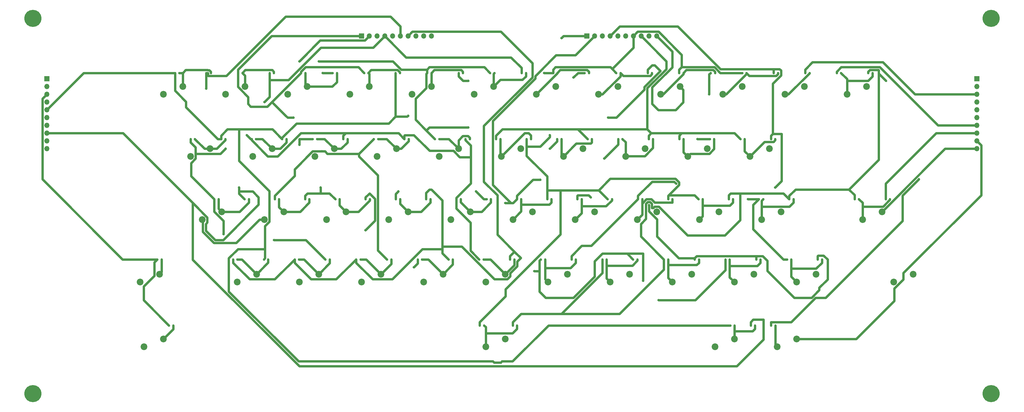
<source format=gbl>
%TF.GenerationSoftware,KiCad,Pcbnew,(6.0.1)*%
%TF.CreationDate,2022-07-30T17:19:37+08:00*%
%TF.ProjectId,CrVisionMech,43725669-7369-46f6-9e4d-6563682e6b69,rev?*%
%TF.SameCoordinates,Original*%
%TF.FileFunction,Copper,L2,Bot*%
%TF.FilePolarity,Positive*%
%FSLAX46Y46*%
G04 Gerber Fmt 4.6, Leading zero omitted, Abs format (unit mm)*
G04 Created by KiCad (PCBNEW (6.0.1)) date 2022-07-30 17:19:37*
%MOMM*%
%LPD*%
G01*
G04 APERTURE LIST*
%TA.AperFunction,ComponentPad*%
%ADD10C,2.200000*%
%TD*%
%TA.AperFunction,ComponentPad*%
%ADD11C,5.600000*%
%TD*%
%TA.AperFunction,ComponentPad*%
%ADD12R,1.700000X1.700000*%
%TD*%
%TA.AperFunction,ComponentPad*%
%ADD13O,1.700000X1.700000*%
%TD*%
%TA.AperFunction,SMDPad,CuDef*%
%ADD14R,0.600000X0.700000*%
%TD*%
%TA.AperFunction,ViaPad*%
%ADD15C,0.800000*%
%TD*%
%TA.AperFunction,Conductor*%
%ADD16C,0.750000*%
%TD*%
G04 APERTURE END LIST*
D10*
X240030000Y-120650000D03*
X233680000Y-123190000D03*
X321310000Y-120650000D03*
X314960000Y-123190000D03*
D11*
X48815000Y-221060000D03*
D10*
X179070000Y-120650000D03*
X172720000Y-123190000D03*
X269240000Y-140970000D03*
X262890000Y-143510000D03*
X243840000Y-182000000D03*
X237490000Y-184540000D03*
X284480000Y-182000000D03*
X278130000Y-184540000D03*
D12*
X156210000Y-104140000D03*
D13*
X158750000Y-104140000D03*
X161290000Y-104140000D03*
X163830000Y-104140000D03*
X166370000Y-104140000D03*
X168910000Y-104140000D03*
X171450000Y-104140000D03*
X173990000Y-104140000D03*
X176530000Y-104140000D03*
X179070000Y-104140000D03*
D10*
X127000000Y-140970000D03*
X120650000Y-143510000D03*
X326390000Y-161610000D03*
X320040000Y-164150000D03*
X147320000Y-140970000D03*
X140970000Y-143510000D03*
X167640000Y-140970000D03*
X161290000Y-143510000D03*
X228600000Y-140970000D03*
X222250000Y-143510000D03*
D11*
X48815000Y-98345000D03*
D10*
X142240000Y-182000000D03*
X135890000Y-184540000D03*
X264160000Y-182000000D03*
X257810000Y-184540000D03*
X121920000Y-182000000D03*
X115570000Y-184540000D03*
X300990000Y-120650000D03*
X294640000Y-123190000D03*
X203200000Y-203200000D03*
X196850000Y-205740000D03*
X280670000Y-120650000D03*
X274320000Y-123190000D03*
X223520000Y-182000000D03*
X217170000Y-184540000D03*
X298450000Y-203200000D03*
X292100000Y-205740000D03*
X232410000Y-161610000D03*
X226060000Y-164150000D03*
X162560000Y-182000000D03*
X156210000Y-184540000D03*
X110490000Y-161610000D03*
X104140000Y-164150000D03*
X91440000Y-203200000D03*
X85090000Y-205740000D03*
X187960000Y-140970000D03*
X181610000Y-143510000D03*
X219710000Y-120650000D03*
X213360000Y-123190000D03*
X97790000Y-120650000D03*
X91440000Y-123190000D03*
D11*
X362030000Y-221060000D03*
D10*
X130810000Y-161610000D03*
X124460000Y-164150000D03*
X260350000Y-120650000D03*
X254000000Y-123190000D03*
X273050000Y-161610000D03*
X266700000Y-164150000D03*
X138430000Y-120650000D03*
X132080000Y-123190000D03*
X158750000Y-120650000D03*
X152400000Y-123190000D03*
D12*
X357400000Y-118115000D03*
D13*
X357400000Y-120655000D03*
X357400000Y-123195000D03*
X357400000Y-125735000D03*
X357400000Y-128275000D03*
X357400000Y-130815000D03*
X357400000Y-133355000D03*
X357400000Y-135895000D03*
X357400000Y-138435000D03*
X357400000Y-140975000D03*
D10*
X289560000Y-140970000D03*
X283210000Y-143510000D03*
X118110000Y-120650000D03*
X111760000Y-123190000D03*
D11*
X362030000Y-98345000D03*
D10*
X336550000Y-182000000D03*
X330200000Y-184540000D03*
X208280000Y-140970000D03*
X201930000Y-143510000D03*
X199390000Y-120650000D03*
X193040000Y-123190000D03*
D12*
X229870000Y-104140000D03*
D13*
X232410000Y-104140000D03*
X234950000Y-104140000D03*
X237490000Y-104140000D03*
X240030000Y-104140000D03*
X242570000Y-104140000D03*
X245110000Y-104140000D03*
X247650000Y-104140000D03*
X250190000Y-104140000D03*
X252730000Y-104140000D03*
D10*
X212090000Y-161610000D03*
X205740000Y-164150000D03*
X278130000Y-203200000D03*
X271780000Y-205740000D03*
X191770000Y-161610000D03*
X185420000Y-164150000D03*
X248920000Y-140970000D03*
X242570000Y-143510000D03*
X151130000Y-161610000D03*
X144780000Y-164150000D03*
X90170000Y-182000000D03*
X83820000Y-184540000D03*
X293370000Y-161610000D03*
X287020000Y-164150000D03*
X252730000Y-161610000D03*
X246380000Y-164150000D03*
X171450000Y-161610000D03*
X165100000Y-164150000D03*
X182880000Y-182000000D03*
X176530000Y-184540000D03*
X106680000Y-140970000D03*
X100330000Y-143510000D03*
X304800000Y-182000000D03*
X298450000Y-184540000D03*
D12*
X53340000Y-118115000D03*
D13*
X53340000Y-120655000D03*
X53340000Y-123195000D03*
X53340000Y-125735000D03*
X53340000Y-128275000D03*
X53340000Y-130815000D03*
X53340000Y-133355000D03*
X53340000Y-135895000D03*
X53340000Y-138435000D03*
X53340000Y-140975000D03*
D10*
X203200000Y-182000000D03*
X196850000Y-184540000D03*
D14*
X121702104Y-137795000D03*
X120302104Y-137795000D03*
X284862500Y-198755000D03*
X283462500Y-198755000D03*
X90870000Y-177165000D03*
X89470000Y-177165000D03*
X226292096Y-177165000D03*
X224892096Y-177165000D03*
X198519214Y-157480000D03*
X197119214Y-157480000D03*
X201590520Y-137795000D03*
X200190520Y-137795000D03*
X158458178Y-116205000D03*
X157058178Y-116205000D03*
X158948690Y-157480000D03*
X157548690Y-157480000D03*
X297445535Y-157480000D03*
X296045535Y-157480000D03*
X256471304Y-177165000D03*
X255071304Y-177165000D03*
X306770000Y-177165000D03*
X305370000Y-177165000D03*
X287552893Y-157480000D03*
X286152893Y-157480000D03*
X236351832Y-177165000D03*
X234951832Y-177165000D03*
X186053152Y-177165000D03*
X184653152Y-177165000D03*
X278195000Y-198755000D03*
X276795000Y-198755000D03*
X96650000Y-116205000D03*
X95250000Y-116205000D03*
X115635000Y-177165000D03*
X114235000Y-177165000D03*
X318835000Y-157480000D03*
X317435000Y-157480000D03*
X127554089Y-116205000D03*
X126154089Y-116205000D03*
X168841321Y-157480000D03*
X167441321Y-157480000D03*
X302677260Y-116205000D03*
X301277260Y-116205000D03*
X211576572Y-137795000D03*
X210176572Y-137795000D03*
X199663630Y-116205000D03*
X198263630Y-116205000D03*
X171632364Y-137795000D03*
X170232364Y-137795000D03*
X257875000Y-157480000D03*
X256475000Y-157480000D03*
X251170445Y-116205000D03*
X249770445Y-116205000D03*
X261506832Y-137795000D03*
X260106832Y-137795000D03*
X292375897Y-116205000D03*
X290975897Y-116205000D03*
X281478936Y-137795000D03*
X280078936Y-137795000D03*
X276590776Y-177165000D03*
X275190776Y-177165000D03*
X148156815Y-116205000D03*
X146756815Y-116205000D03*
X119378166Y-157480000D03*
X117978166Y-157480000D03*
X228197107Y-157480000D03*
X226797107Y-157480000D03*
X178733952Y-157480000D03*
X177333952Y-157480000D03*
X261471808Y-116205000D03*
X260071808Y-116205000D03*
X181618416Y-137795000D03*
X180218416Y-137795000D03*
X267767631Y-157480000D03*
X266367631Y-157480000D03*
X161646312Y-137795000D03*
X160246312Y-137795000D03*
X125694736Y-177165000D03*
X124294736Y-177165000D03*
X196112888Y-177165000D03*
X194712888Y-177165000D03*
X165933680Y-177165000D03*
X164533680Y-177165000D03*
X149056059Y-157480000D03*
X147656059Y-157480000D03*
X106951363Y-116205000D03*
X105551363Y-116205000D03*
X266531040Y-177165000D03*
X265131040Y-177165000D03*
X191604468Y-137795000D03*
X190204468Y-137795000D03*
X141674208Y-137795000D03*
X140274208Y-137795000D03*
X101730000Y-137795000D03*
X100330000Y-137795000D03*
X271773171Y-116205000D03*
X270373171Y-116205000D03*
X282074534Y-116205000D03*
X280674534Y-116205000D03*
X151660260Y-137795000D03*
X150260260Y-137795000D03*
X137855452Y-116205000D03*
X136455452Y-116205000D03*
X155873944Y-177165000D03*
X154473944Y-177165000D03*
X286650512Y-177165000D03*
X285250512Y-177165000D03*
X241534728Y-137795000D03*
X240134728Y-137795000D03*
X216232360Y-177165000D03*
X214832360Y-177165000D03*
X291465000Y-137795000D03*
X290065000Y-137795000D03*
X175993416Y-177165000D03*
X174593416Y-177165000D03*
X240869082Y-116205000D03*
X239469082Y-116205000D03*
X208411845Y-157480000D03*
X207011845Y-157480000D03*
X131688156Y-137795000D03*
X130288156Y-137795000D03*
X94680000Y-198755000D03*
X93280000Y-198755000D03*
X291530000Y-198755000D03*
X290130000Y-198755000D03*
X277660262Y-157480000D03*
X276260262Y-157480000D03*
X218304476Y-157480000D03*
X216904476Y-157480000D03*
X189362267Y-116205000D03*
X187962267Y-116205000D03*
X139163428Y-157480000D03*
X137763428Y-157480000D03*
X111716052Y-137795000D03*
X110316052Y-137795000D03*
X168759541Y-116205000D03*
X167359541Y-116205000D03*
X129270797Y-157480000D03*
X127870797Y-157480000D03*
X328995000Y-157480000D03*
X327595000Y-157480000D03*
X209964993Y-116205000D03*
X208564993Y-116205000D03*
X188626583Y-157480000D03*
X187226583Y-157480000D03*
X206172624Y-177165000D03*
X204772624Y-177165000D03*
X230567719Y-116205000D03*
X229167719Y-116205000D03*
X271492884Y-137795000D03*
X270092884Y-137795000D03*
X296710248Y-177165000D03*
X295310248Y-177165000D03*
X207075000Y-198755000D03*
X205675000Y-198755000D03*
X323280000Y-116205000D03*
X321880000Y-116205000D03*
X179060904Y-116205000D03*
X177660904Y-116205000D03*
X231548676Y-137795000D03*
X230148676Y-137795000D03*
X196280000Y-198755000D03*
X194880000Y-198755000D03*
X220266356Y-116205000D03*
X218866356Y-116205000D03*
X312978623Y-116205000D03*
X311578623Y-116205000D03*
X247982369Y-157480000D03*
X246582369Y-157480000D03*
X221562624Y-137795000D03*
X220162624Y-137795000D03*
X117252726Y-116205000D03*
X115852726Y-116205000D03*
X251520780Y-137795000D03*
X250120780Y-137795000D03*
X246411568Y-177165000D03*
X245011568Y-177165000D03*
X135754472Y-177165000D03*
X134354472Y-177165000D03*
X145814208Y-177165000D03*
X144414208Y-177165000D03*
X238089738Y-157480000D03*
X236689738Y-157480000D03*
X109485535Y-157480000D03*
X108085535Y-157480000D03*
D15*
X203200000Y-158750000D03*
X248285000Y-184150000D03*
X253365000Y-190500000D03*
X214630000Y-151130000D03*
X236855000Y-130810000D03*
X235585000Y-144145000D03*
X212725000Y-180975000D03*
X191135000Y-118745000D03*
X171450000Y-130175000D03*
X111760000Y-140970000D03*
X111125000Y-168910000D03*
X124460000Y-125730000D03*
X135890000Y-139700000D03*
X127635000Y-170815000D03*
X133985000Y-130810000D03*
X143279511Y-141835489D03*
X135890000Y-112395000D03*
X173355000Y-179705000D03*
X143510000Y-116205000D03*
X191135000Y-133985000D03*
X157480000Y-167640000D03*
X142240000Y-112395000D03*
X118745000Y-136525000D03*
X105410000Y-121285000D03*
X193675000Y-154940000D03*
X116205000Y-153670000D03*
X168275000Y-154940000D03*
X142875000Y-153670000D03*
X327660000Y-118745000D03*
X291465000Y-153670000D03*
X282575000Y-157480000D03*
X259080000Y-152400000D03*
X221615000Y-104775000D03*
X250190000Y-159385000D03*
X231140000Y-156845000D03*
X269875000Y-123190000D03*
X266065000Y-137795000D03*
X225518674Y-117676826D03*
X217805000Y-136525000D03*
X338409044Y-150969108D03*
X334010000Y-120015000D03*
X217805000Y-140970000D03*
X215900000Y-116205000D03*
D16*
X90870000Y-181300000D02*
X90870000Y-177165000D01*
X90170000Y-182000000D02*
X90870000Y-181300000D01*
X51915489Y-150975489D02*
X51915489Y-124619511D01*
X85005479Y-185992887D02*
X88495489Y-182502877D01*
X88495489Y-178139511D02*
X89470000Y-177165000D01*
X85005479Y-190480479D02*
X85005479Y-185992887D01*
X78105000Y-177165000D02*
X51915489Y-150975489D01*
X93280000Y-198755000D02*
X85005479Y-190480479D01*
X51915489Y-124619511D02*
X53340000Y-123195000D01*
X88495489Y-182502877D02*
X88495489Y-178139511D01*
X89470000Y-177165000D02*
X78105000Y-177165000D01*
X246411568Y-177564022D02*
X246411568Y-177165000D01*
X236351832Y-177165000D02*
X236351832Y-179201832D01*
X236351832Y-183401832D02*
X237490000Y-184540000D01*
X244773758Y-179201832D02*
X246411568Y-177564022D01*
X236351832Y-179201832D02*
X244773758Y-179201832D01*
X236351832Y-179201832D02*
X236351832Y-183401832D01*
X252095000Y-113665000D02*
X251210445Y-113665000D01*
X225520768Y-189704521D02*
X232410000Y-182815289D01*
X240134728Y-139595272D02*
X240134728Y-137795000D01*
X243106568Y-175260000D02*
X245011568Y-177165000D01*
X216439232Y-189704521D02*
X225520768Y-189704521D01*
X213039511Y-117233300D02*
X219864511Y-110408300D01*
X234950000Y-175260000D02*
X243106568Y-175260000D01*
X232410000Y-177800000D02*
X234950000Y-175260000D01*
X248285000Y-175260000D02*
X243106568Y-175260000D01*
X249770445Y-115105000D02*
X249770445Y-116205000D01*
X205105000Y-158750000D02*
X199185479Y-152830479D01*
X275190776Y-180674513D02*
X265365289Y-190500000D01*
X248706269Y-121679020D02*
X248706269Y-120790919D01*
X251210445Y-113665000D02*
X249770445Y-115105000D01*
X265365289Y-190500000D02*
X253365000Y-190500000D01*
X214832360Y-177165000D02*
X214425479Y-177571881D01*
X214425479Y-187690768D02*
X216439232Y-189704521D01*
X226141700Y-110408300D02*
X232410000Y-104140000D01*
X275190776Y-177165000D02*
X275190776Y-180674513D01*
X214425479Y-181179521D02*
X214220958Y-180975000D01*
X214220958Y-180975000D02*
X212725000Y-180975000D01*
X212261845Y-151130000D02*
X214630000Y-151130000D01*
X236855000Y-130810000D02*
X239575289Y-130810000D01*
X219864511Y-110408300D02*
X226141700Y-110408300D01*
X205105000Y-158750000D02*
X205741845Y-158750000D01*
X203200000Y-158750000D02*
X205105000Y-158750000D01*
X214425479Y-181179521D02*
X214425479Y-187690768D01*
X235585000Y-144145000D02*
X240134728Y-139595272D01*
X253963594Y-115533594D02*
X252095000Y-113665000D01*
X213039511Y-118048589D02*
X213039511Y-117233300D01*
X239575289Y-130810000D02*
X248706269Y-121679020D01*
X248706269Y-120790919D02*
X253963594Y-115533594D01*
X199185479Y-131902621D02*
X213039511Y-118048589D01*
X248285000Y-184150000D02*
X248285000Y-175260000D01*
X232410000Y-182815289D02*
X232410000Y-177800000D01*
X199185479Y-152830479D02*
X199185479Y-131902621D01*
X207011845Y-157480000D02*
X207011845Y-156380000D01*
X214425479Y-177571881D02*
X214425479Y-181179521D01*
X207011845Y-156380000D02*
X212261845Y-151130000D01*
X205741845Y-158750000D02*
X207011845Y-157480000D01*
X117085000Y-177165000D02*
X121920000Y-182000000D01*
X125694736Y-178225264D02*
X125694736Y-177165000D01*
X115635000Y-177165000D02*
X117085000Y-177165000D01*
X121920000Y-182000000D02*
X125694736Y-178225264D01*
X217350289Y-198755000D02*
X205599800Y-210505489D01*
X95250000Y-122018366D02*
X98855479Y-125623845D01*
X199173855Y-210505489D02*
X135640200Y-210505489D01*
X276795000Y-198755000D02*
X217350289Y-198755000D01*
X130288156Y-137795000D02*
X130288156Y-137395978D01*
X167359541Y-130455459D02*
X171169541Y-130455459D01*
X110316052Y-137795000D02*
X110316052Y-136695000D01*
X95250000Y-116205000D02*
X65410000Y-116205000D01*
X98855479Y-125623845D02*
X98855479Y-127384427D01*
X127113156Y-134620000D02*
X130288156Y-137795000D01*
X135640200Y-210505489D02*
X112825479Y-187690768D01*
X191135000Y-118745000D02*
X189402267Y-118745000D01*
X202146145Y-210505489D02*
X201747113Y-210904521D01*
X199572887Y-210904521D02*
X199173855Y-210505489D01*
X112391052Y-134620000D02*
X116205000Y-134620000D01*
X171169541Y-130455459D02*
X171450000Y-130175000D01*
X124294736Y-177165000D02*
X124664521Y-176795215D01*
X165100000Y-132715000D02*
X167359541Y-130455459D01*
X116205000Y-144960289D02*
X116205000Y-134620000D01*
X167359541Y-130455459D02*
X167359541Y-116205000D01*
X98855479Y-127384427D02*
X109266052Y-137795000D01*
X201747113Y-210904521D02*
X199572887Y-210904521D01*
X126134511Y-164843606D02*
X126134511Y-154889800D01*
X130288156Y-137395978D02*
X134969134Y-132715000D01*
X112825479Y-187690768D02*
X112825479Y-176775499D01*
X95250000Y-116205000D02*
X95250000Y-122018366D01*
X116205000Y-134620000D02*
X127113156Y-134620000D01*
X134969134Y-132715000D02*
X165100000Y-132715000D01*
X112825479Y-176775499D02*
X115815499Y-173785479D01*
X110316052Y-136695000D02*
X112391052Y-134620000D01*
X124664521Y-173785479D02*
X124664521Y-166313596D01*
X189402267Y-118745000D02*
X187962267Y-117305000D01*
X115815499Y-173785479D02*
X124664521Y-173785479D01*
X126134511Y-154889800D02*
X116205000Y-144960289D01*
X124664521Y-176795215D02*
X124664521Y-173785479D01*
X187962267Y-117305000D02*
X187962267Y-116205000D01*
X124664521Y-166313596D02*
X126134511Y-164843606D01*
X65410000Y-116205000D02*
X53340000Y-128275000D01*
X109266052Y-137795000D02*
X110316052Y-137795000D01*
X205599800Y-210505489D02*
X202146145Y-210505489D01*
X212090000Y-113030000D02*
X201775489Y-102715489D01*
X159883455Y-183674511D02*
X166284883Y-183674511D01*
X196215000Y-133530289D02*
X212090000Y-117655289D01*
X204772624Y-176065000D02*
X206212624Y-174625000D01*
X207122144Y-179420680D02*
X204874511Y-181668313D01*
X166284883Y-183674511D02*
X176173915Y-173785479D01*
X206293812Y-174706188D02*
X208280000Y-176692376D01*
X114235000Y-178265000D02*
X114235000Y-177165000D01*
X179070000Y-154305000D02*
X178435000Y-154305000D01*
X182675479Y-173785479D02*
X182675479Y-172924521D01*
X147964433Y-183674511D02*
X139763983Y-183674511D01*
X154473944Y-177165000D02*
X154473944Y-178265000D01*
X200660000Y-169072376D02*
X200660000Y-156210000D01*
X188962898Y-172924521D02*
X182675479Y-172924521D01*
X200660000Y-156210000D02*
X196215000Y-151765000D01*
X204874511Y-181668313D02*
X204874511Y-182693606D01*
X201775489Y-102715489D02*
X172874511Y-102715489D01*
X177333952Y-155406048D02*
X177333952Y-157480000D01*
X139763983Y-183674511D02*
X134354472Y-178265000D01*
X182675479Y-172924521D02*
X182675479Y-157910479D01*
X196215000Y-151765000D02*
X196215000Y-133530289D01*
X119644511Y-183674511D02*
X114235000Y-178265000D01*
X172874511Y-102715489D02*
X171450000Y-104140000D01*
X199712888Y-183674511D02*
X188962898Y-172924521D01*
X127844961Y-183674511D02*
X119644511Y-183674511D01*
X206212624Y-174625000D02*
X206293812Y-174706188D01*
X204772624Y-177165000D02*
X204772624Y-176065000D01*
X182675479Y-157910479D02*
X179070000Y-154305000D01*
X184653152Y-177165000D02*
X182675479Y-175187327D01*
X134354472Y-178265000D02*
X134354472Y-177165000D01*
X134354472Y-177165000D02*
X127844961Y-183674511D01*
X154473944Y-177165000D02*
X147964433Y-183674511D01*
X154473944Y-178265000D02*
X159883455Y-183674511D01*
X204874511Y-182693606D02*
X203893606Y-183674511D01*
X206293812Y-174706188D02*
X200660000Y-169072376D01*
X208280000Y-176692376D02*
X207122144Y-177850232D01*
X176173915Y-173785479D02*
X182675479Y-173785479D01*
X203893606Y-183674511D02*
X199712888Y-183674511D01*
X178435000Y-154305000D02*
X177333952Y-155406048D01*
X207122144Y-177850232D02*
X207122144Y-179420680D01*
X182675479Y-175187327D02*
X182675479Y-173785479D01*
X212090000Y-117655289D02*
X212090000Y-113030000D01*
X135754472Y-177165000D02*
X137405000Y-177165000D01*
X137405000Y-177165000D02*
X142240000Y-182000000D01*
X145814208Y-178425792D02*
X145814208Y-177165000D01*
X142240000Y-182000000D02*
X145814208Y-178425792D01*
X142911430Y-107950000D02*
X160020000Y-107950000D01*
X111125000Y-168910000D02*
X111125000Y-164613117D01*
X111125000Y-164613117D02*
X108085535Y-161573652D01*
X205105000Y-111125000D02*
X208564993Y-114584993D01*
X108085535Y-157480000D02*
X100534521Y-149928986D01*
X100534521Y-149928986D02*
X100534521Y-145673596D01*
X170815000Y-111125000D02*
X205105000Y-111125000D01*
X126154089Y-118534089D02*
X126154089Y-116205000D01*
X208564993Y-114584993D02*
X208564993Y-116205000D01*
X100534521Y-145673596D02*
X102004511Y-144203606D01*
X132327341Y-118534089D02*
X142911430Y-107950000D01*
X163830000Y-104140000D02*
X170815000Y-111125000D01*
X102004511Y-142644511D02*
X102004511Y-140569511D01*
X124460000Y-125730000D02*
X126154089Y-124035911D01*
X126154089Y-118534089D02*
X132327341Y-118534089D01*
X126154089Y-124035911D02*
X126154089Y-118534089D01*
X102004511Y-140569511D02*
X100330000Y-138895000D01*
X135890000Y-137795000D02*
X135890000Y-139700000D01*
X144414208Y-177165000D02*
X138064208Y-170815000D01*
X102004511Y-144203606D02*
X102004511Y-142644511D01*
X111760000Y-140970000D02*
X110085489Y-142644511D01*
X110085489Y-142644511D02*
X102004511Y-142644511D01*
X160020000Y-107950000D02*
X163830000Y-104140000D01*
X108085535Y-161573652D02*
X108085535Y-157480000D01*
X100330000Y-138895000D02*
X100330000Y-137795000D01*
X138064208Y-170815000D02*
X127635000Y-170815000D01*
X140274208Y-137795000D02*
X135890000Y-137795000D01*
X155873944Y-177165000D02*
X157725000Y-177165000D01*
X162560000Y-182000000D02*
X165933680Y-178626320D01*
X165933680Y-178626320D02*
X165933680Y-177165000D01*
X157725000Y-177165000D02*
X162560000Y-182000000D01*
X131445000Y-130175000D02*
X132080000Y-130810000D01*
X145086145Y-142644511D02*
X155396801Y-142644511D01*
X119175479Y-124083596D02*
X115852726Y-120760843D01*
X126965226Y-125695226D02*
X125455931Y-127204521D01*
X155396801Y-143512090D02*
X155396801Y-142644511D01*
X157058178Y-116205000D02*
X155184156Y-114330978D01*
X115852726Y-116205000D02*
X115852726Y-115105000D01*
X155184156Y-114330978D02*
X137930452Y-114330978D01*
X126817726Y-104140000D02*
X156210000Y-104140000D01*
X115852726Y-115105000D02*
X126817726Y-104140000D01*
X125455931Y-127204521D02*
X120039232Y-127204521D01*
X164533680Y-177165000D02*
X161604511Y-174235831D01*
X134390797Y-147721086D02*
X140276394Y-141835489D01*
X161604511Y-174235831D02*
X161604511Y-149719800D01*
X127870797Y-157480000D02*
X127870797Y-156380000D01*
X120039232Y-127204521D02*
X119175479Y-126340768D01*
X127870797Y-156380000D02*
X134390797Y-149860000D01*
X134390797Y-149860000D02*
X134390797Y-147721086D01*
X140276394Y-141835489D02*
X144277123Y-141835489D01*
X144277123Y-141835489D02*
X145086145Y-142644511D01*
X136455452Y-116205000D02*
X126965226Y-125695226D01*
X126965226Y-125695226D02*
X131445000Y-130175000D01*
X136455452Y-115805978D02*
X136455452Y-116205000D01*
X155396801Y-142644511D02*
X160246312Y-137795000D01*
X115852726Y-120760843D02*
X115852726Y-116205000D01*
X137930452Y-114330978D02*
X136455452Y-115805978D01*
X161604511Y-149719800D02*
X155396801Y-143512090D01*
X119175479Y-126340768D02*
X119175479Y-124083596D01*
X132080000Y-130810000D02*
X133985000Y-130810000D01*
X175993416Y-177165000D02*
X178045000Y-177165000D01*
X186053152Y-178826848D02*
X186053152Y-177165000D01*
X178045000Y-177165000D02*
X182880000Y-182000000D01*
X182880000Y-182000000D02*
X186053152Y-178826848D01*
X142720489Y-105564511D02*
X157325489Y-105564511D01*
X178459926Y-114305978D02*
X177660904Y-115105000D01*
X177395489Y-121152877D02*
X177395489Y-116470415D01*
X178435000Y-133985000D02*
X177421708Y-134998292D01*
X160655000Y-157387288D02*
X158842712Y-155575000D01*
X157548690Y-156869022D02*
X157548690Y-157480000D01*
X177421708Y-134998292D02*
X173905479Y-131482063D01*
X196364608Y-114305978D02*
X178459926Y-114305978D01*
X173905479Y-124642887D02*
X177395489Y-121152877D01*
X158842712Y-155575000D02*
X157548690Y-156869022D01*
X174593416Y-177165000D02*
X174593416Y-178466584D01*
X177660904Y-115105000D02*
X169183563Y-115105000D01*
X157480000Y-167640000D02*
X160655000Y-164465000D01*
X146756815Y-116205000D02*
X143510000Y-116205000D01*
X174593416Y-178466584D02*
X173355000Y-179705000D01*
X177395489Y-116470415D02*
X177660904Y-116205000D01*
X177660904Y-115105000D02*
X177660904Y-116205000D01*
X191135000Y-133985000D02*
X178435000Y-133985000D01*
X180218416Y-137795000D02*
X177421708Y-134998292D01*
X173905479Y-131482063D02*
X173905479Y-124642887D01*
X160655000Y-164465000D02*
X160655000Y-157387288D01*
X166473563Y-112395000D02*
X142240000Y-112395000D01*
X135890000Y-112395000D02*
X142720489Y-105564511D01*
X169183563Y-115105000D02*
X166473563Y-112395000D01*
X198263630Y-116205000D02*
X196364608Y-114305978D01*
X157325489Y-105564511D02*
X158750000Y-104140000D01*
X206172624Y-179027376D02*
X206172624Y-177165000D01*
X196112888Y-177165000D02*
X198365000Y-177165000D01*
X198365000Y-177165000D02*
X203200000Y-182000000D01*
X203200000Y-182000000D02*
X206172624Y-179027376D01*
X125618082Y-143510000D02*
X128832189Y-143510000D01*
X151065260Y-135890000D02*
X150260260Y-136695000D01*
X105576360Y-116230009D02*
X106001843Y-116230009D01*
X191974521Y-152333040D02*
X191974521Y-143714521D01*
X188336404Y-143714521D02*
X191974521Y-143714521D01*
X136452189Y-135890000D02*
X151065260Y-135890000D01*
X150260260Y-136695000D02*
X150260260Y-137795000D01*
X120302104Y-138194022D02*
X125618082Y-143510000D01*
X131445000Y-97790000D02*
X165735000Y-97790000D01*
X191974521Y-139964075D02*
X190204468Y-138194022D01*
X191974521Y-143714521D02*
X191974521Y-139964075D01*
X173355000Y-136525000D02*
X178493606Y-141663606D01*
X105551360Y-116205009D02*
X105576360Y-116230009D01*
X128832189Y-143510000D02*
X136452189Y-135890000D01*
X170402364Y-136525000D02*
X173355000Y-136525000D01*
X170232364Y-137795000D02*
X170232364Y-136695000D01*
X194712888Y-177165000D02*
X191854521Y-174306633D01*
X165735000Y-97790000D02*
X168910000Y-100965000D01*
X105410000Y-118745000D02*
X105410000Y-116346363D01*
X178493606Y-141663606D02*
X186285489Y-141663606D01*
X186285489Y-141663606D02*
X188336404Y-143714521D01*
X106001843Y-116230009D02*
X106001843Y-117054502D01*
X191854521Y-165184521D02*
X187226583Y-160556583D01*
X106101861Y-117154520D02*
X112080480Y-117154520D01*
X187226583Y-157480000D02*
X187226583Y-157080978D01*
X112080480Y-117154520D02*
X131445000Y-97790000D01*
X170232364Y-137795000D02*
X168327364Y-135890000D01*
X187226583Y-160556583D02*
X187226583Y-157480000D01*
X105410000Y-116346363D02*
X105551363Y-116205000D01*
X120302104Y-137795000D02*
X120015000Y-137795000D01*
X168327364Y-135890000D02*
X151065260Y-135890000D01*
X105410000Y-118745000D02*
X105410000Y-116205009D01*
X191854521Y-174306633D02*
X191854521Y-165184521D01*
X105410000Y-121285000D02*
X105410000Y-118745000D01*
X120015000Y-137795000D02*
X118745000Y-136525000D01*
X190204468Y-138194022D02*
X190204468Y-137795000D01*
X106001843Y-117054502D02*
X106101861Y-117154520D01*
X170232364Y-136695000D02*
X170402364Y-136525000D01*
X105410000Y-116205009D02*
X105551360Y-116205009D01*
X187226583Y-157080978D02*
X191974521Y-152333040D01*
X120302104Y-137795000D02*
X120302104Y-138194022D01*
X168910000Y-100965000D02*
X168910000Y-104140000D01*
X284862500Y-199855000D02*
X284862500Y-198755000D01*
X278130000Y-200660000D02*
X278130000Y-198820000D01*
X278130000Y-200660000D02*
X284057500Y-200660000D01*
X278130000Y-198820000D02*
X278195000Y-198755000D01*
X284057500Y-200660000D02*
X284862500Y-199855000D01*
X278130000Y-203200000D02*
X278130000Y-200660000D01*
X167441321Y-157480000D02*
X167441321Y-155773679D01*
X137763428Y-157480000D02*
X137763428Y-156380000D01*
X105325479Y-167777113D02*
X105325479Y-165602887D01*
X120650000Y-154940000D02*
X122555000Y-156845000D01*
X78253117Y-135895000D02*
X53340000Y-135895000D01*
X122555000Y-156845000D02*
X122555000Y-159250289D01*
X283462500Y-197655000D02*
X284267500Y-196850000D01*
X105814511Y-163456394D02*
X101354058Y-158995942D01*
X116205000Y-154940000D02*
X120650000Y-154940000D01*
X197119214Y-157480000D02*
X196215000Y-157480000D01*
X116205000Y-155706834D02*
X117978166Y-157480000D01*
X101036558Y-158678442D02*
X78253117Y-135895000D01*
X142875000Y-155575000D02*
X145751059Y-155575000D01*
X116205000Y-154940000D02*
X116205000Y-155706834D01*
X101036558Y-177244659D02*
X101036558Y-158678442D01*
X101354058Y-158995942D02*
X101036558Y-158678442D01*
X145751059Y-155575000D02*
X147656059Y-157480000D01*
X137763428Y-156380000D02*
X138568428Y-155575000D01*
X122555000Y-159250289D02*
X110990289Y-170815000D01*
X284267500Y-196850000D02*
X287655000Y-196850000D01*
X196215000Y-157480000D02*
X193675000Y-154940000D01*
X105325479Y-165602887D02*
X105814511Y-165113855D01*
X110990289Y-170815000D02*
X108363366Y-170815000D01*
X135881899Y-212090000D02*
X101036558Y-177244659D01*
X167441321Y-155773679D02*
X168275000Y-154940000D01*
X142875000Y-155575000D02*
X142875000Y-153670000D01*
X105814511Y-165113855D02*
X105814511Y-163456394D01*
X138568428Y-155575000D02*
X142875000Y-155575000D01*
X116205000Y-153670000D02*
X116205000Y-154940000D01*
X283462500Y-198755000D02*
X283462500Y-197655000D01*
X108363366Y-170815000D02*
X105325479Y-167777113D01*
X278945289Y-212090000D02*
X135881899Y-212090000D01*
X287655000Y-196850000D02*
X287655000Y-203380289D01*
X287655000Y-203380289D02*
X278945289Y-212090000D01*
X110490000Y-161610000D02*
X116348166Y-161610000D01*
X109485535Y-157480000D02*
X109485535Y-160605535D01*
X109485535Y-160605535D02*
X110490000Y-161610000D01*
X119378166Y-158580000D02*
X119378166Y-157480000D01*
X116348166Y-161610000D02*
X119378166Y-158580000D01*
X139163428Y-158580000D02*
X139163428Y-157480000D01*
X136133428Y-161610000D02*
X139163428Y-158580000D01*
X130810000Y-161610000D02*
X136133428Y-161610000D01*
X129270797Y-157480000D02*
X129270797Y-160070797D01*
X129270797Y-160070797D02*
X130810000Y-161610000D01*
X158948690Y-157879022D02*
X158948690Y-157480000D01*
X155217712Y-161610000D02*
X158948690Y-157879022D01*
X151130000Y-161610000D02*
X155217712Y-161610000D01*
X149056059Y-157480000D02*
X149056059Y-159536059D01*
X149056059Y-159536059D02*
X151130000Y-161610000D01*
X168841321Y-157480000D02*
X168841321Y-159001321D01*
X178733952Y-158580000D02*
X178733952Y-157480000D01*
X168841321Y-159001321D02*
X171450000Y-161610000D01*
X171450000Y-161610000D02*
X175703952Y-161610000D01*
X175703952Y-161610000D02*
X178733952Y-158580000D01*
X191770000Y-161610000D02*
X195489214Y-161610000D01*
X198519214Y-158580000D02*
X198519214Y-157480000D01*
X195489214Y-161610000D02*
X198519214Y-158580000D01*
X188626583Y-158466583D02*
X191770000Y-161610000D01*
X188626583Y-157480000D02*
X188626583Y-158466583D01*
X91440000Y-203200000D02*
X94680000Y-199960000D01*
X94680000Y-199960000D02*
X94680000Y-198755000D01*
X251631394Y-160340489D02*
X252036394Y-159935489D01*
X249215499Y-159788653D02*
X249215499Y-158981347D01*
X327660000Y-118745000D02*
X325324521Y-116409521D01*
X220280289Y-194945000D02*
X208385000Y-194945000D01*
X298120535Y-154305000D02*
X315595000Y-154305000D01*
X221623100Y-194945000D02*
X220280289Y-194945000D01*
X255071304Y-177165000D02*
X255071304Y-180473985D01*
X253423606Y-159935489D02*
X262802638Y-169314521D01*
X280035000Y-164330289D02*
X280035000Y-155575000D01*
X208385000Y-194945000D02*
X205675000Y-197655000D01*
X251139511Y-160340489D02*
X251631394Y-160340489D01*
X255071304Y-180473985D02*
X240600289Y-194945000D01*
X322430498Y-115255480D02*
X325253104Y-115255480D01*
X249215499Y-158981347D02*
X249786347Y-158410499D01*
X325324521Y-115326897D02*
X325324521Y-144575479D01*
X252036394Y-159935489D02*
X253423606Y-159935489D01*
X296045535Y-156380000D02*
X298120535Y-154305000D01*
X251164501Y-159788653D02*
X251139511Y-159813643D01*
X317435000Y-156145000D02*
X317435000Y-157480000D01*
X234951832Y-177165000D02*
X234951832Y-181616268D01*
X276860000Y-155575000D02*
X276260262Y-156174738D01*
X205675000Y-197655000D02*
X205675000Y-198755000D01*
X275050768Y-169314521D02*
X280035000Y-164330289D01*
X315595000Y-154305000D02*
X317435000Y-156145000D01*
X321880000Y-116205000D02*
X321880000Y-115805978D01*
X249240489Y-163927877D02*
X249240489Y-159813643D01*
X251164501Y-158981347D02*
X251164501Y-159788653D01*
X294140535Y-155575000D02*
X280035000Y-155575000D01*
X249240489Y-159813643D02*
X249215499Y-159788653D01*
X249786347Y-158410499D02*
X250593653Y-158410499D01*
X296045535Y-157480000D02*
X294140535Y-155575000D01*
X321880000Y-115805978D02*
X322430498Y-115255480D01*
X276260262Y-156174738D02*
X276260262Y-157480000D01*
X234951832Y-181616268D02*
X221623100Y-194945000D01*
X250593653Y-158410499D02*
X251164501Y-158981347D01*
X251139511Y-159813643D02*
X251139511Y-160340489D01*
X296045535Y-157480000D02*
X296045535Y-156380000D01*
X240600289Y-194945000D02*
X220280289Y-194945000D01*
X247565479Y-165602887D02*
X249240489Y-163927877D01*
X280035000Y-155575000D02*
X276860000Y-155575000D01*
X247565479Y-169659175D02*
X247565479Y-165602887D01*
X325324521Y-144575479D02*
X315595000Y-154305000D01*
X325253104Y-115255480D02*
X325324521Y-115326897D01*
X262802638Y-169314521D02*
X275050768Y-169314521D01*
X325324521Y-116409521D02*
X325324521Y-115326897D01*
X255071304Y-177165000D02*
X247565479Y-169659175D01*
X111716052Y-138194022D02*
X111716052Y-137795000D01*
X104905000Y-140970000D02*
X101730000Y-137795000D01*
X106680000Y-140970000D02*
X108940074Y-140970000D01*
X108940074Y-140970000D02*
X111716052Y-138194022D01*
X106680000Y-140970000D02*
X104905000Y-140970000D01*
X131688156Y-138895000D02*
X129613156Y-140970000D01*
X121702104Y-137795000D02*
X123825000Y-137795000D01*
X123825000Y-137795000D02*
X127000000Y-140970000D01*
X131688156Y-137795000D02*
X131688156Y-138895000D01*
X129613156Y-140970000D02*
X127000000Y-140970000D01*
X151660260Y-138895000D02*
X151660260Y-137795000D01*
X149585260Y-140970000D02*
X151660260Y-138895000D01*
X147320000Y-140970000D02*
X149585260Y-140970000D01*
X144145000Y-137795000D02*
X147320000Y-140970000D01*
X141674208Y-137795000D02*
X144145000Y-137795000D01*
X167640000Y-140970000D02*
X169195634Y-140970000D01*
X169195634Y-140970000D02*
X171632364Y-138533270D01*
X171632364Y-138533270D02*
X171632364Y-137795000D01*
X161646312Y-137795000D02*
X164465000Y-137795000D01*
X164465000Y-137795000D02*
X167640000Y-140970000D01*
X184785000Y-137795000D02*
X187960000Y-140970000D01*
X181618416Y-137795000D02*
X184785000Y-137795000D01*
X191053979Y-136845489D02*
X191604468Y-137395978D01*
X187960000Y-138240446D02*
X189354957Y-136845489D01*
X187960000Y-140970000D02*
X187960000Y-138240446D01*
X191604468Y-137395978D02*
X191604468Y-137795000D01*
X189354957Y-136845489D02*
X191053979Y-136845489D01*
X97790000Y-116205000D02*
X98739511Y-115255489D01*
X106425874Y-115280489D02*
X106951363Y-115805978D01*
X97790000Y-116205000D02*
X97790000Y-120650000D01*
X106951363Y-115805978D02*
X106951363Y-116205000D01*
X105969664Y-115280489D02*
X106425874Y-115280489D01*
X98739511Y-115255489D02*
X105944664Y-115255489D01*
X96650000Y-116205000D02*
X97790000Y-116205000D01*
X105944664Y-115255489D02*
X105969664Y-115280489D01*
X127554089Y-115805978D02*
X127554089Y-116205000D01*
X127003600Y-115255489D02*
X127554089Y-115805978D01*
X118110000Y-120650000D02*
X118110000Y-117062274D01*
X118110000Y-117062274D02*
X117252726Y-116205000D01*
X118202237Y-115255489D02*
X127003600Y-115255489D01*
X117252726Y-116205000D02*
X118202237Y-115255489D01*
X138430000Y-120650000D02*
X146685000Y-120650000D01*
X137855452Y-116205000D02*
X137855452Y-120075452D01*
X148156815Y-119178185D02*
X148156815Y-116205000D01*
X146685000Y-120650000D02*
X148156815Y-119178185D01*
X137855452Y-120075452D02*
X138430000Y-120650000D01*
X158750000Y-120650000D02*
X158750000Y-116496822D01*
X167991241Y-115255489D02*
X168759541Y-116023789D01*
X158458178Y-116205000D02*
X159407689Y-115255489D01*
X159407689Y-115255489D02*
X167991241Y-115255489D01*
X158750000Y-116496822D02*
X158458178Y-116205000D01*
X168759541Y-116023789D02*
X168759541Y-116205000D01*
X179070000Y-120650000D02*
X179070000Y-116214096D01*
X179060904Y-116205000D02*
X180010415Y-115255489D01*
X189362267Y-115805978D02*
X189362267Y-116205000D01*
X188811778Y-115255489D02*
X189362267Y-115805978D01*
X179070000Y-116214096D02*
X179060904Y-116205000D01*
X180010415Y-115255489D02*
X188811778Y-115255489D01*
X201609511Y-118430489D02*
X208839504Y-118430489D01*
X209964993Y-117305000D02*
X209964993Y-116205000D01*
X208839504Y-118430489D02*
X209964993Y-117305000D01*
X199390000Y-120650000D02*
X201609511Y-118430489D01*
X199390000Y-120650000D02*
X199390000Y-116478630D01*
X199390000Y-116478630D02*
X199663630Y-116205000D01*
X216232360Y-180007640D02*
X216232360Y-183602360D01*
X216232360Y-177165000D02*
X216232360Y-180007640D01*
X216232360Y-180007640D02*
X224549456Y-180007640D01*
X226292096Y-178265000D02*
X226292096Y-177165000D01*
X216232360Y-183602360D02*
X217170000Y-184540000D01*
X224549456Y-180007640D02*
X226292096Y-178265000D01*
X295310248Y-177165000D02*
X294139711Y-177165000D01*
X259617828Y-100965000D02*
X240665000Y-100965000D01*
X258445000Y-151765000D02*
X259080000Y-152400000D01*
X246582369Y-156380000D02*
X251197369Y-151765000D01*
X231342369Y-172720000D02*
X228237096Y-172720000D01*
X290665479Y-136094521D02*
X290065000Y-136695000D01*
X292904919Y-114935000D02*
X291145897Y-114935000D01*
X284275479Y-159357414D02*
X286152893Y-157480000D01*
X293574521Y-136094521D02*
X290665479Y-136094521D01*
X290665479Y-136094521D02*
X290665479Y-119714440D01*
X293370000Y-115400081D02*
X292904919Y-114935000D01*
X291465000Y-153670000D02*
X293574521Y-151560479D01*
X240665000Y-100965000D02*
X237490000Y-104140000D01*
X290665479Y-119714440D02*
X293370000Y-117009919D01*
X290975897Y-115105000D02*
X290975897Y-116205000D01*
X284275479Y-167300768D02*
X284275479Y-159357414D01*
X291145897Y-114935000D02*
X290975897Y-115105000D01*
X292904919Y-114935000D02*
X273587828Y-114935000D01*
X290065000Y-136695000D02*
X290065000Y-137795000D01*
X224892096Y-176065000D02*
X224892096Y-177165000D01*
X282575000Y-157480000D02*
X286152893Y-157480000D01*
X246582369Y-157480000D02*
X246582369Y-156380000D01*
X294139711Y-177165000D02*
X284275479Y-167300768D01*
X293370000Y-117009919D02*
X293370000Y-115400081D01*
X246582369Y-157480000D02*
X231342369Y-172720000D01*
X228237096Y-172720000D02*
X224892096Y-176065000D01*
X293574521Y-151560479D02*
X293574521Y-136094521D01*
X273587828Y-114935000D02*
X259617828Y-100965000D01*
X251197369Y-151765000D02*
X258445000Y-151765000D01*
X276590776Y-179339224D02*
X276590776Y-183000776D01*
X276590776Y-179339224D02*
X285576288Y-179339224D01*
X276590776Y-183000776D02*
X278130000Y-184540000D01*
X286650512Y-178265000D02*
X286650512Y-177165000D01*
X276590776Y-177165000D02*
X276590776Y-179339224D01*
X285576288Y-179339224D02*
X286650512Y-178265000D01*
X288925000Y-177640466D02*
X287349534Y-176065000D01*
X285250512Y-176065000D02*
X265832018Y-176065000D01*
X226967107Y-156210000D02*
X226797107Y-156380000D01*
X305370000Y-177165000D02*
X305370000Y-176065000D01*
X305865479Y-186469232D02*
X305865479Y-187186155D01*
X303347113Y-189704521D02*
X297719232Y-189704521D01*
X287349534Y-176065000D02*
X285250512Y-176065000D01*
X269875000Y-123190000D02*
X269875000Y-116703171D01*
X288925000Y-180910289D02*
X288925000Y-177640466D01*
X307299022Y-175895000D02*
X308610000Y-177205978D01*
X265131040Y-176765978D02*
X259950978Y-176765978D01*
X285250512Y-176065000D02*
X285250512Y-177165000D01*
X230505000Y-156210000D02*
X226967107Y-156210000D01*
X297719232Y-189704521D02*
X288925000Y-180910289D01*
X269875000Y-116703171D02*
X270373171Y-116205000D01*
X305865479Y-187186155D02*
X303347113Y-189704521D01*
X305370000Y-176065000D02*
X305540000Y-175895000D01*
X308610000Y-177205978D02*
X308610000Y-183724711D01*
X250190000Y-161438117D02*
X250190000Y-159385000D01*
X252814521Y-164062638D02*
X250190000Y-161438117D01*
X259950978Y-176765978D02*
X252814521Y-169629521D01*
X308610000Y-183724711D02*
X305865479Y-186469232D01*
X222250000Y-104140000D02*
X229870000Y-104140000D01*
X270092884Y-137795000D02*
X266065000Y-137795000D01*
X305540000Y-175895000D02*
X307299022Y-175895000D01*
X265832018Y-176065000D02*
X265131040Y-176765978D01*
X231140000Y-156845000D02*
X230505000Y-156210000D01*
X252814521Y-169629521D02*
X252814521Y-164062638D01*
X226797107Y-156380000D02*
X226797107Y-157480000D01*
X265131040Y-176765978D02*
X265131040Y-177165000D01*
X221615000Y-104775000D02*
X222250000Y-104140000D01*
X256471304Y-177165000D02*
X256471304Y-179001304D01*
X256471304Y-179001304D02*
X256471304Y-183201304D01*
X265794736Y-179001304D02*
X266531040Y-178265000D01*
X256471304Y-179001304D02*
X265794736Y-179001304D01*
X256471304Y-183201304D02*
X257810000Y-184540000D01*
X266531040Y-178265000D02*
X266531040Y-177165000D01*
X207075000Y-199855000D02*
X205635000Y-201295000D01*
X207075000Y-198755000D02*
X207075000Y-199855000D01*
X196850000Y-201295000D02*
X196850000Y-199325000D01*
X196850000Y-199325000D02*
X196280000Y-198755000D01*
X196850000Y-205740000D02*
X196850000Y-201295000D01*
X205635000Y-201295000D02*
X196850000Y-201295000D01*
X203284521Y-189250479D02*
X194880000Y-197655000D01*
X203284521Y-186913817D02*
X203284521Y-189250479D01*
X237560287Y-150790499D02*
X258848653Y-150790499D01*
X260054501Y-152803653D02*
X256648154Y-156210000D01*
X258848653Y-150790499D02*
X260054501Y-151996347D01*
X210176572Y-137795000D02*
X210176572Y-140326572D01*
X256648154Y-156210000D02*
X256645000Y-156210000D01*
X214638428Y-140326572D02*
X217805000Y-137160000D01*
X216904476Y-154570524D02*
X216904476Y-157480000D01*
X210176572Y-143321283D02*
X216904476Y-150049187D01*
X265097631Y-156210000D02*
X266367631Y-157480000D01*
X216904476Y-154570524D02*
X221245524Y-154570524D01*
X260054501Y-151996347D02*
X260054501Y-152803653D01*
X194880000Y-197655000D02*
X194880000Y-198755000D01*
X233780262Y-154570524D02*
X236689738Y-157480000D01*
X233780262Y-154570524D02*
X237560287Y-150790499D01*
X216904476Y-150049187D02*
X216904476Y-154570524D01*
X210176572Y-140326572D02*
X210176572Y-143321283D01*
X226990500Y-116205000D02*
X225518674Y-117676826D01*
X256645000Y-156210000D02*
X265097631Y-156210000D01*
X210176572Y-140326572D02*
X214638428Y-140326572D01*
X221245524Y-168952814D02*
X203284521Y-186913817D01*
X229167719Y-116205000D02*
X226990500Y-116205000D01*
X221245524Y-154570524D02*
X233780262Y-154570524D01*
X217805000Y-137160000D02*
X217805000Y-136525000D01*
X221245524Y-154570524D02*
X221245524Y-168952814D01*
X256475000Y-156380000D02*
X256645000Y-156210000D01*
X256475000Y-157480000D02*
X256475000Y-156380000D01*
X296710248Y-180174752D02*
X296710248Y-182800248D01*
X296710248Y-177165000D02*
X296710248Y-180174752D01*
X296710248Y-180174752D02*
X304860248Y-180174752D01*
X304860248Y-180174752D02*
X306770000Y-178265000D01*
X306770000Y-178265000D02*
X306770000Y-177165000D01*
X296710248Y-182800248D02*
X298450000Y-184540000D01*
X228197107Y-162012893D02*
X228197107Y-159787893D01*
X236180867Y-159787893D02*
X238089738Y-157879022D01*
X238089738Y-157879022D02*
X238089738Y-157480000D01*
X226060000Y-164150000D02*
X228197107Y-162012893D01*
X228197107Y-159787893D02*
X228197107Y-157480000D01*
X228197107Y-159787893D02*
X236180867Y-159787893D01*
X217631321Y-159253155D02*
X218304476Y-158580000D01*
X208411845Y-161478155D02*
X208411845Y-159253155D01*
X208411845Y-159253155D02*
X208411845Y-157480000D01*
X208411845Y-159253155D02*
X217631321Y-159253155D01*
X205740000Y-164150000D02*
X208411845Y-161478155D01*
X218304476Y-158580000D02*
X218304476Y-157480000D01*
X266700000Y-164150000D02*
X267767631Y-163082369D01*
X267767631Y-163082369D02*
X267767631Y-159587369D01*
X267767631Y-159587369D02*
X267767631Y-157480000D01*
X277660262Y-158580000D02*
X277660262Y-157480000D01*
X276652893Y-159587369D02*
X277660262Y-158580000D01*
X267767631Y-159587369D02*
X276652893Y-159587369D01*
X257875000Y-158580000D02*
X257875000Y-157480000D01*
X247982369Y-159082369D02*
X247982369Y-158871666D01*
X252105966Y-158580000D02*
X257875000Y-158580000D01*
X247982369Y-158871666D02*
X249393047Y-157460988D01*
X247982369Y-162547631D02*
X247982369Y-159082369D01*
X250986954Y-157460988D02*
X252105966Y-158580000D01*
X249393047Y-157460988D02*
X250986954Y-157460988D01*
X247982369Y-159082369D02*
X247982369Y-157480000D01*
X246380000Y-164150000D02*
X247982369Y-162547631D01*
X291530000Y-198755000D02*
X291530000Y-205170000D01*
X291530000Y-205170000D02*
X292100000Y-205740000D01*
X334010000Y-120015000D02*
X337190000Y-123195000D01*
X296739446Y-197655000D02*
X304689925Y-189704521D01*
X301277260Y-116205000D02*
X301277260Y-115105000D01*
X308000768Y-189704521D02*
X333079500Y-164625789D01*
X326710489Y-112715489D02*
X334010000Y-120015000D01*
X301277260Y-115105000D02*
X303666771Y-112715489D01*
X333079500Y-156298652D02*
X338409044Y-150969108D01*
X290130000Y-198755000D02*
X290130000Y-197655000D01*
X337190000Y-123195000D02*
X357400000Y-123195000D01*
X290130000Y-197655000D02*
X296739446Y-197655000D01*
X304689925Y-189704521D02*
X308000768Y-189704521D01*
X303666771Y-112715489D02*
X326710489Y-112715489D01*
X333079500Y-164625789D02*
X333079500Y-156298652D01*
X287020000Y-160020000D02*
X287020000Y-158012893D01*
X296090046Y-159935489D02*
X297445535Y-158580000D01*
X287020000Y-158012893D02*
X287552893Y-157480000D01*
X287104511Y-159935489D02*
X296090046Y-159935489D01*
X297445535Y-158580000D02*
X297445535Y-157480000D01*
X287020000Y-164150000D02*
X287020000Y-160020000D01*
X287020000Y-160020000D02*
X287104511Y-159935489D01*
X222250000Y-143510000D02*
X226464511Y-139295489D01*
X231148187Y-139295489D02*
X231548676Y-138895000D01*
X221562624Y-137795000D02*
X221562624Y-142822624D01*
X226464511Y-139295489D02*
X231148187Y-139295489D01*
X231548676Y-138895000D02*
X231548676Y-137795000D01*
X221562624Y-142822624D02*
X222250000Y-143510000D01*
X255905000Y-112395000D02*
X247650000Y-104140000D01*
X260911832Y-135890000D02*
X260106832Y-136695000D01*
X250120780Y-136695000D02*
X250120780Y-137795000D01*
X327595000Y-152392189D02*
X344092189Y-135895000D01*
X250925780Y-135890000D02*
X249655780Y-134620000D01*
X278173936Y-135890000D02*
X260911832Y-135890000D01*
X260106832Y-136695000D02*
X260106832Y-137795000D01*
X200190520Y-136695000D02*
X202265520Y-134620000D01*
X280078936Y-137795000D02*
X278173936Y-135890000D01*
X202265520Y-134620000D02*
X226973676Y-134620000D01*
X250925780Y-135890000D02*
X250120780Y-136695000D01*
X344092189Y-135895000D02*
X357400000Y-135895000D01*
X249655780Y-134620000D02*
X226973676Y-134620000D01*
X255905000Y-114935000D02*
X255905000Y-112395000D01*
X200190520Y-137795000D02*
X200190520Y-136695000D01*
X226973676Y-134620000D02*
X230148676Y-137795000D01*
X249655780Y-121184220D02*
X255905000Y-114935000D01*
X327595000Y-157480000D02*
X327595000Y-152392189D01*
X260911832Y-135890000D02*
X250925780Y-135890000D01*
X249655780Y-134620000D02*
X249655780Y-121184220D01*
X260071808Y-115105000D02*
X260071808Y-116205000D01*
X325646405Y-114305969D02*
X344695436Y-133355000D01*
X280674534Y-116205000D02*
X273515016Y-116205000D01*
X344695436Y-133355000D02*
X357400000Y-133355000D01*
X220162624Y-138612376D02*
X217805000Y-140970000D01*
X313078632Y-114305969D02*
X325646405Y-114305969D01*
X246534511Y-102715489D02*
X245110000Y-104140000D01*
X218866356Y-115105000D02*
X219665378Y-114305978D01*
X260876808Y-114300000D02*
X260071808Y-115105000D01*
X245110000Y-107950000D02*
X245110000Y-104140000D01*
X311578623Y-115805978D02*
X313078632Y-114305969D01*
X218866356Y-116205000D02*
X218866356Y-115105000D01*
X253320053Y-102715489D02*
X246534511Y-102715489D01*
X238162041Y-114897959D02*
X245110000Y-107950000D01*
X273515016Y-116205000D02*
X271610016Y-114300000D01*
X237570060Y-114305978D02*
X238162041Y-114897959D01*
X260876808Y-114300000D02*
X260876808Y-110272244D01*
X219665378Y-114305978D02*
X237570060Y-114305978D01*
X311578623Y-116205000D02*
X311578623Y-115805978D01*
X215900000Y-116205000D02*
X218866356Y-116205000D01*
X220162624Y-137795000D02*
X220162624Y-138612376D01*
X238162041Y-114897959D02*
X239469082Y-116205000D01*
X271610016Y-114300000D02*
X260876808Y-114300000D01*
X260876808Y-110272244D02*
X253320053Y-102715489D01*
X201590520Y-137795000D02*
X201590520Y-143170520D01*
X210820000Y-135890000D02*
X209550000Y-135890000D01*
X211576572Y-136646572D02*
X210820000Y-135890000D01*
X201590520Y-143170520D02*
X201930000Y-143510000D01*
X209550000Y-135890000D02*
X201930000Y-143510000D01*
X211576572Y-137795000D02*
X211576572Y-136646572D01*
X261506832Y-137795000D02*
X261506832Y-142126832D01*
X271492884Y-141085233D02*
X271492884Y-137795000D01*
X269933606Y-142644511D02*
X271492884Y-141085233D01*
X262890000Y-143510000D02*
X263755489Y-142644511D01*
X261506832Y-142126832D02*
X262890000Y-143510000D01*
X263755489Y-142644511D02*
X269933606Y-142644511D01*
X326721699Y-159935489D02*
X328995000Y-157662188D01*
X328995000Y-157662188D02*
X328995000Y-157480000D01*
X320040000Y-160020000D02*
X320040000Y-158685000D01*
X320040000Y-158685000D02*
X318835000Y-157480000D01*
X320040000Y-164150000D02*
X320040000Y-160020000D01*
X320124511Y-159935489D02*
X326721699Y-159935489D01*
X320040000Y-160020000D02*
X320124511Y-159935489D01*
X291465000Y-138194022D02*
X291465000Y-137795000D01*
X281478936Y-137795000D02*
X281478936Y-141778936D01*
X290914511Y-138744511D02*
X291465000Y-138194022D01*
X281478936Y-141778936D02*
X283210000Y-143510000D01*
X287975489Y-138744511D02*
X290914511Y-138744511D01*
X283210000Y-143510000D02*
X287975489Y-138744511D01*
X240869082Y-117305000D02*
X240869082Y-116205000D01*
X250619956Y-117154511D02*
X251170445Y-116604022D01*
X241818593Y-117154511D02*
X250619956Y-117154511D01*
X233680000Y-123190000D02*
X234984082Y-123190000D01*
X240869082Y-116205000D02*
X241818593Y-117154511D01*
X234984082Y-123190000D02*
X240869082Y-117305000D01*
X251170445Y-116604022D02*
X251170445Y-116205000D01*
X220266356Y-116205000D02*
X221215867Y-115255489D01*
X230567719Y-115805978D02*
X230567719Y-116205000D01*
X220266356Y-116283644D02*
X220266356Y-116205000D01*
X213360000Y-123190000D02*
X220266356Y-116283644D01*
X221215867Y-115255489D02*
X230017230Y-115255489D01*
X230017230Y-115255489D02*
X230567719Y-115805978D01*
X292375897Y-116604022D02*
X292375897Y-116205000D01*
X282074534Y-116604022D02*
X282074534Y-116205000D01*
X275488556Y-123190000D02*
X282074534Y-116604022D01*
X291825408Y-117154511D02*
X292375897Y-116604022D01*
X274320000Y-123190000D02*
X275488556Y-123190000D01*
X283024045Y-117154511D02*
X291825408Y-117154511D01*
X282074534Y-116205000D02*
X283024045Y-117154511D01*
X254885830Y-123190000D02*
X261471808Y-116604022D01*
X254000000Y-123190000D02*
X254885830Y-123190000D01*
X261471808Y-116205000D02*
X262421319Y-115255489D01*
X271222682Y-115255489D02*
X271773171Y-115805978D01*
X271773171Y-115805978D02*
X271773171Y-116205000D01*
X261471808Y-116604022D02*
X261471808Y-116205000D01*
X262421319Y-115255489D02*
X271222682Y-115255489D01*
X302677260Y-116314511D02*
X302677260Y-116205000D01*
X295801771Y-123190000D02*
X302677260Y-116314511D01*
X294640000Y-123190000D02*
X295801771Y-123190000D01*
X321840000Y-118745000D02*
X314960000Y-118745000D01*
X314960000Y-118186377D02*
X312978623Y-116205000D01*
X314960000Y-118745000D02*
X314960000Y-118186377D01*
X323280000Y-116205000D02*
X323280000Y-117305000D01*
X323280000Y-117305000D02*
X321840000Y-118745000D01*
X314960000Y-123190000D02*
X314960000Y-118745000D01*
X115289855Y-171764511D02*
X107970065Y-171764511D01*
X122904366Y-164150000D02*
X115289855Y-171764511D01*
X104375968Y-164385968D02*
X104140000Y-164150000D01*
X107970065Y-171764511D02*
X104375968Y-168170413D01*
X124460000Y-164150000D02*
X122904366Y-164150000D01*
X104375968Y-168170413D02*
X104375968Y-164385968D01*
X333375000Y-181610000D02*
X333375000Y-183733117D01*
X317941634Y-203200000D02*
X298450000Y-203200000D01*
X330404521Y-190737113D02*
X317941634Y-203200000D01*
X333375000Y-183733117D02*
X330404521Y-186703596D01*
X357400000Y-138435000D02*
X358824511Y-139859511D01*
X358824511Y-156160489D02*
X333375000Y-181610000D01*
X358824511Y-139859511D02*
X358824511Y-156160489D01*
X330404521Y-186703596D02*
X330404521Y-190737113D01*
X257810000Y-109220000D02*
X252730000Y-104140000D01*
X326390000Y-161610000D02*
X347025000Y-140975000D01*
X260350000Y-120650000D02*
X261415479Y-121715479D01*
X261415479Y-125836155D02*
X258897113Y-128354521D01*
X261415479Y-121715479D02*
X261415479Y-125836155D01*
X251255479Y-126340768D02*
X251255479Y-120927345D01*
X258897113Y-128354521D02*
X253269232Y-128354521D01*
X253269232Y-128354521D02*
X251255479Y-126340768D01*
X347025000Y-140975000D02*
X357400000Y-140975000D01*
X257810000Y-114372824D02*
X257810000Y-109220000D01*
X251255479Y-120927345D02*
X257810000Y-114372824D01*
X242654521Y-143425479D02*
X248832638Y-143425479D01*
X242570000Y-143510000D02*
X242654521Y-143425479D01*
X248832638Y-143425479D02*
X251520780Y-140737337D01*
X242570000Y-143510000D02*
X242570000Y-138830272D01*
X242570000Y-138830272D02*
X241534728Y-137795000D01*
X251520780Y-140737337D02*
X251520780Y-137795000D01*
M02*

</source>
